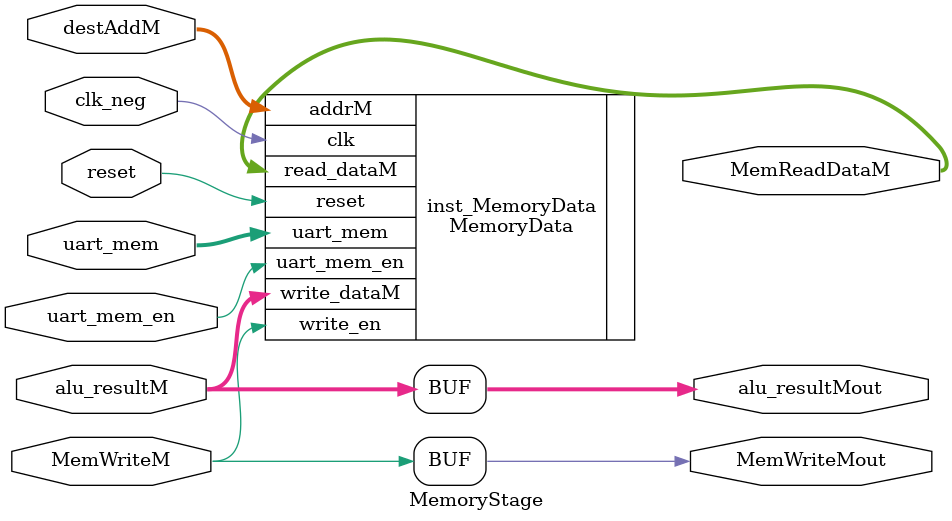
<source format=v>
module MemoryStage(
    input               clk_neg, reset,
    input               MemWriteM,
    input       [3:0]   destAddM,
    input       [15:0]  alu_resultM,
    input       [15:0]  uart_mem,
    input               uart_mem_en,
    output              MemWriteMout, //edit
    output      [15:0]  MemReadDataM,
    output      [15:0]  alu_resultMout
);

MemoryData  inst_MemoryData(
    .clk(clk_neg),
    .reset(reset),
    .uart_mem(uart_mem),
    .uart_mem_en(uart_mem_en),
    .addrM(destAddM),
    .write_en(MemWriteM),
    .write_dataM(alu_resultM),
    .read_dataM(MemReadDataM) //out
);

assign MemWriteMout = MemWriteM;
assign alu_resultMout = alu_resultM;

endmodule
</source>
